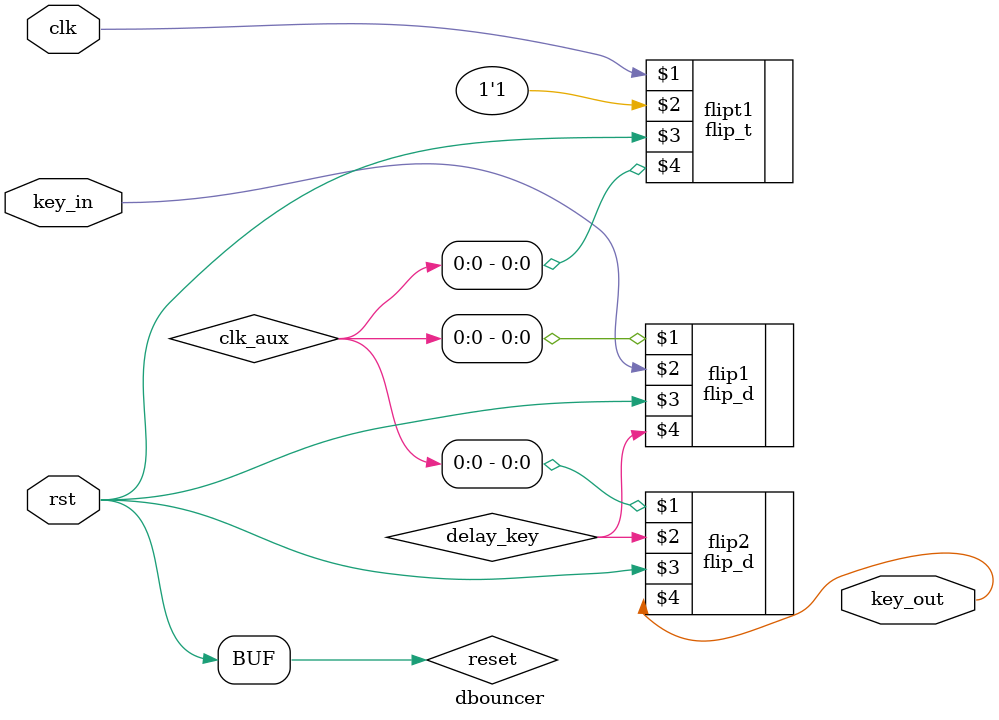
<source format=v>
module dbouncer (
    key_in, clk, key_out, rst
);
    input key_in, clk, rst;
    output key_out;

    wire reset;
    wire delay_key;
    assign reset = rst;
	 
	 wire[1:0] clk_aux;
	 
	 flip_t flipt1(clk, 1'b1, reset, clk_aux[0]);  
	 
    flip_d flip1(clk_aux[0], key_in, reset, delay_key);
    flip_d flip2(clk_aux[0], delay_key, reset, key_out);

endmodule
</source>
